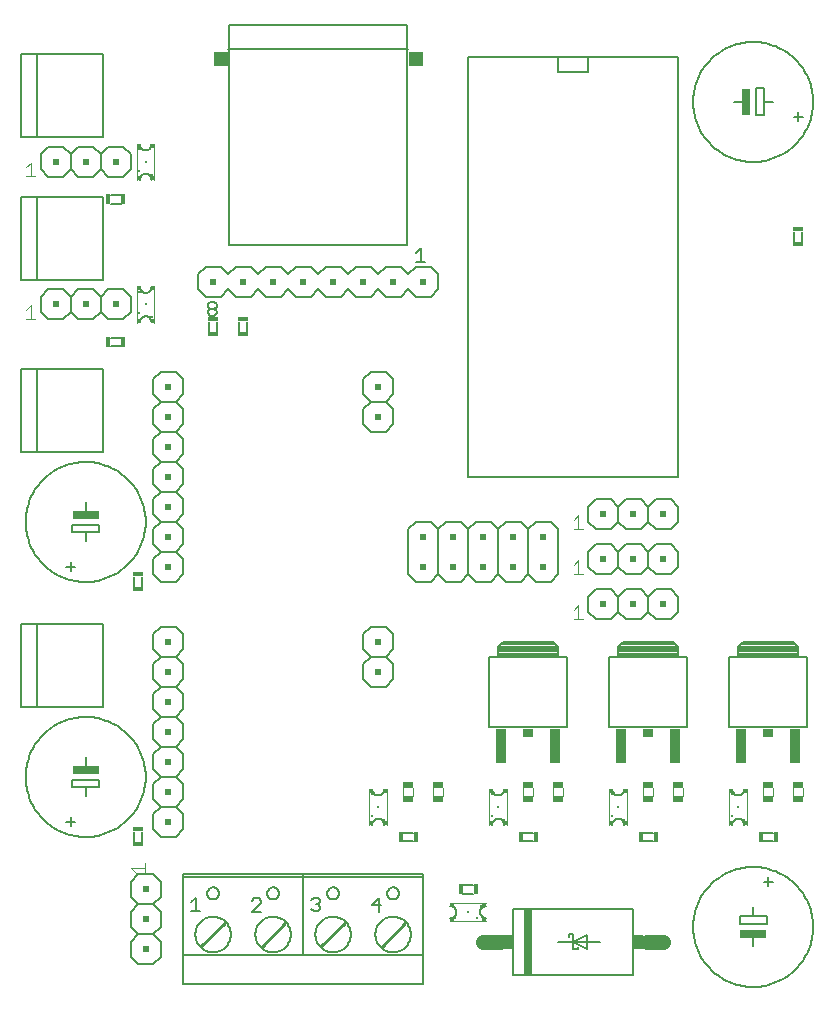
<source format=gto>
G75*
%MOIN*%
%OFA0B0*%
%FSLAX24Y24*%
%IPPOS*%
%LPD*%
%AMOC8*
5,1,8,0,0,1.08239X$1,22.5*
%
%ADD10C,0.0060*%
%ADD11R,0.0900X0.0250*%
%ADD12C,0.0040*%
%ADD13R,0.0374X0.0197*%
%ADD14C,0.0500*%
%ADD15R,0.0300X0.2200*%
%ADD16R,0.0350X0.0500*%
%ADD17C,0.0080*%
%ADD18R,0.0340X0.1140*%
%ADD19R,0.0340X0.0300*%
%ADD20C,0.0079*%
%ADD21C,0.0098*%
%ADD22R,0.0177X0.0157*%
%ADD23R,0.0069X0.0128*%
%ADD24R,0.0079X0.0079*%
%ADD25R,0.0157X0.0177*%
%ADD26R,0.0128X0.0069*%
%ADD27R,0.0160X0.0340*%
%ADD28R,0.0340X0.0160*%
%ADD29C,0.0050*%
%ADD30R,0.0200X0.0200*%
%ADD31C,0.0100*%
%ADD32R,0.0250X0.0900*%
%ADD33R,0.0502X0.0450*%
%ADD34R,0.0492X0.0450*%
D10*
X003930Y001180D02*
X003930Y001680D01*
X004180Y001930D01*
X003930Y002180D01*
X003930Y002680D01*
X004180Y002930D01*
X003930Y003180D01*
X003930Y003680D01*
X004180Y003930D01*
X004680Y003930D01*
X004930Y003680D01*
X004930Y003180D01*
X004680Y002930D01*
X004930Y002680D01*
X004930Y002180D01*
X004680Y001930D01*
X004930Y001680D01*
X004930Y001180D01*
X004680Y000930D01*
X004180Y000930D01*
X003930Y001180D01*
X004180Y001930D02*
X004680Y001930D01*
X005680Y001230D02*
X006330Y001230D01*
X007030Y001230D01*
X008330Y001230D01*
X009030Y001230D01*
X009680Y001230D01*
X010330Y001230D01*
X011030Y001230D01*
X012330Y001230D01*
X013030Y001230D01*
X013680Y001230D01*
X013680Y000280D01*
X005680Y000280D01*
X005680Y001230D01*
X005680Y003830D01*
X005680Y003930D01*
X009680Y003930D01*
X009680Y001230D01*
X008090Y001930D02*
X008092Y001978D01*
X008098Y002026D01*
X008108Y002073D01*
X008121Y002119D01*
X008138Y002164D01*
X008159Y002207D01*
X008184Y002249D01*
X008211Y002288D01*
X008242Y002325D01*
X008276Y002360D01*
X008312Y002391D01*
X008351Y002420D01*
X008392Y002445D01*
X008435Y002467D01*
X008479Y002485D01*
X008525Y002499D01*
X008572Y002510D01*
X008620Y002517D01*
X008668Y002520D01*
X008716Y002519D01*
X008764Y002514D01*
X008811Y002505D01*
X008858Y002493D01*
X008903Y002476D01*
X008947Y002456D01*
X008989Y002433D01*
X009029Y002406D01*
X009066Y002376D01*
X009101Y002343D01*
X009134Y002307D01*
X009163Y002269D01*
X009189Y002228D01*
X009212Y002186D01*
X009231Y002142D01*
X009246Y002096D01*
X009258Y002050D01*
X009266Y002002D01*
X009270Y001954D01*
X009270Y001906D01*
X009266Y001858D01*
X009258Y001810D01*
X009246Y001764D01*
X009231Y001718D01*
X009212Y001674D01*
X009189Y001632D01*
X009163Y001591D01*
X009134Y001553D01*
X009101Y001517D01*
X009066Y001484D01*
X009029Y001454D01*
X008989Y001427D01*
X008947Y001404D01*
X008903Y001384D01*
X008858Y001367D01*
X008811Y001355D01*
X008764Y001346D01*
X008716Y001341D01*
X008668Y001340D01*
X008620Y001343D01*
X008572Y001350D01*
X008525Y001361D01*
X008479Y001375D01*
X008435Y001393D01*
X008392Y001415D01*
X008351Y001440D01*
X008312Y001469D01*
X008276Y001500D01*
X008242Y001535D01*
X008211Y001572D01*
X008184Y001611D01*
X008159Y001653D01*
X008138Y001696D01*
X008121Y001741D01*
X008108Y001787D01*
X008098Y001834D01*
X008092Y001882D01*
X008090Y001930D01*
X006090Y001930D02*
X006092Y001978D01*
X006098Y002026D01*
X006108Y002073D01*
X006121Y002119D01*
X006138Y002164D01*
X006159Y002207D01*
X006184Y002249D01*
X006211Y002288D01*
X006242Y002325D01*
X006276Y002360D01*
X006312Y002391D01*
X006351Y002420D01*
X006392Y002445D01*
X006435Y002467D01*
X006479Y002485D01*
X006525Y002499D01*
X006572Y002510D01*
X006620Y002517D01*
X006668Y002520D01*
X006716Y002519D01*
X006764Y002514D01*
X006811Y002505D01*
X006858Y002493D01*
X006903Y002476D01*
X006947Y002456D01*
X006989Y002433D01*
X007029Y002406D01*
X007066Y002376D01*
X007101Y002343D01*
X007134Y002307D01*
X007163Y002269D01*
X007189Y002228D01*
X007212Y002186D01*
X007231Y002142D01*
X007246Y002096D01*
X007258Y002050D01*
X007266Y002002D01*
X007270Y001954D01*
X007270Y001906D01*
X007266Y001858D01*
X007258Y001810D01*
X007246Y001764D01*
X007231Y001718D01*
X007212Y001674D01*
X007189Y001632D01*
X007163Y001591D01*
X007134Y001553D01*
X007101Y001517D01*
X007066Y001484D01*
X007029Y001454D01*
X006989Y001427D01*
X006947Y001404D01*
X006903Y001384D01*
X006858Y001367D01*
X006811Y001355D01*
X006764Y001346D01*
X006716Y001341D01*
X006668Y001340D01*
X006620Y001343D01*
X006572Y001350D01*
X006525Y001361D01*
X006479Y001375D01*
X006435Y001393D01*
X006392Y001415D01*
X006351Y001440D01*
X006312Y001469D01*
X006276Y001500D01*
X006242Y001535D01*
X006211Y001572D01*
X006184Y001611D01*
X006159Y001653D01*
X006138Y001696D01*
X006121Y001741D01*
X006108Y001787D01*
X006098Y001834D01*
X006092Y001882D01*
X006090Y001930D01*
X006480Y003300D02*
X006482Y003328D01*
X006488Y003355D01*
X006497Y003381D01*
X006510Y003406D01*
X006527Y003429D01*
X006546Y003449D01*
X006568Y003466D01*
X006592Y003480D01*
X006618Y003490D01*
X006645Y003497D01*
X006673Y003500D01*
X006701Y003499D01*
X006728Y003494D01*
X006755Y003485D01*
X006780Y003473D01*
X006803Y003458D01*
X006824Y003439D01*
X006842Y003418D01*
X006857Y003394D01*
X006868Y003368D01*
X006876Y003342D01*
X006880Y003314D01*
X006880Y003286D01*
X006876Y003258D01*
X006868Y003232D01*
X006857Y003206D01*
X006842Y003182D01*
X006824Y003161D01*
X006803Y003142D01*
X006780Y003127D01*
X006755Y003115D01*
X006728Y003106D01*
X006701Y003101D01*
X006673Y003100D01*
X006645Y003103D01*
X006618Y003110D01*
X006592Y003120D01*
X006568Y003134D01*
X006546Y003151D01*
X006527Y003171D01*
X006510Y003194D01*
X006497Y003219D01*
X006488Y003245D01*
X006482Y003272D01*
X006480Y003300D01*
X005680Y003830D02*
X013680Y003830D01*
X013680Y001230D01*
X012090Y001930D02*
X012092Y001978D01*
X012098Y002026D01*
X012108Y002073D01*
X012121Y002119D01*
X012138Y002164D01*
X012159Y002207D01*
X012184Y002249D01*
X012211Y002288D01*
X012242Y002325D01*
X012276Y002360D01*
X012312Y002391D01*
X012351Y002420D01*
X012392Y002445D01*
X012435Y002467D01*
X012479Y002485D01*
X012525Y002499D01*
X012572Y002510D01*
X012620Y002517D01*
X012668Y002520D01*
X012716Y002519D01*
X012764Y002514D01*
X012811Y002505D01*
X012858Y002493D01*
X012903Y002476D01*
X012947Y002456D01*
X012989Y002433D01*
X013029Y002406D01*
X013066Y002376D01*
X013101Y002343D01*
X013134Y002307D01*
X013163Y002269D01*
X013189Y002228D01*
X013212Y002186D01*
X013231Y002142D01*
X013246Y002096D01*
X013258Y002050D01*
X013266Y002002D01*
X013270Y001954D01*
X013270Y001906D01*
X013266Y001858D01*
X013258Y001810D01*
X013246Y001764D01*
X013231Y001718D01*
X013212Y001674D01*
X013189Y001632D01*
X013163Y001591D01*
X013134Y001553D01*
X013101Y001517D01*
X013066Y001484D01*
X013029Y001454D01*
X012989Y001427D01*
X012947Y001404D01*
X012903Y001384D01*
X012858Y001367D01*
X012811Y001355D01*
X012764Y001346D01*
X012716Y001341D01*
X012668Y001340D01*
X012620Y001343D01*
X012572Y001350D01*
X012525Y001361D01*
X012479Y001375D01*
X012435Y001393D01*
X012392Y001415D01*
X012351Y001440D01*
X012312Y001469D01*
X012276Y001500D01*
X012242Y001535D01*
X012211Y001572D01*
X012184Y001611D01*
X012159Y001653D01*
X012138Y001696D01*
X012121Y001741D01*
X012108Y001787D01*
X012098Y001834D01*
X012092Y001882D01*
X012090Y001930D01*
X010090Y001930D02*
X010092Y001978D01*
X010098Y002026D01*
X010108Y002073D01*
X010121Y002119D01*
X010138Y002164D01*
X010159Y002207D01*
X010184Y002249D01*
X010211Y002288D01*
X010242Y002325D01*
X010276Y002360D01*
X010312Y002391D01*
X010351Y002420D01*
X010392Y002445D01*
X010435Y002467D01*
X010479Y002485D01*
X010525Y002499D01*
X010572Y002510D01*
X010620Y002517D01*
X010668Y002520D01*
X010716Y002519D01*
X010764Y002514D01*
X010811Y002505D01*
X010858Y002493D01*
X010903Y002476D01*
X010947Y002456D01*
X010989Y002433D01*
X011029Y002406D01*
X011066Y002376D01*
X011101Y002343D01*
X011134Y002307D01*
X011163Y002269D01*
X011189Y002228D01*
X011212Y002186D01*
X011231Y002142D01*
X011246Y002096D01*
X011258Y002050D01*
X011266Y002002D01*
X011270Y001954D01*
X011270Y001906D01*
X011266Y001858D01*
X011258Y001810D01*
X011246Y001764D01*
X011231Y001718D01*
X011212Y001674D01*
X011189Y001632D01*
X011163Y001591D01*
X011134Y001553D01*
X011101Y001517D01*
X011066Y001484D01*
X011029Y001454D01*
X010989Y001427D01*
X010947Y001404D01*
X010903Y001384D01*
X010858Y001367D01*
X010811Y001355D01*
X010764Y001346D01*
X010716Y001341D01*
X010668Y001340D01*
X010620Y001343D01*
X010572Y001350D01*
X010525Y001361D01*
X010479Y001375D01*
X010435Y001393D01*
X010392Y001415D01*
X010351Y001440D01*
X010312Y001469D01*
X010276Y001500D01*
X010242Y001535D01*
X010211Y001572D01*
X010184Y001611D01*
X010159Y001653D01*
X010138Y001696D01*
X010121Y001741D01*
X010108Y001787D01*
X010098Y001834D01*
X010092Y001882D01*
X010090Y001930D01*
X010480Y003300D02*
X010482Y003328D01*
X010488Y003355D01*
X010497Y003381D01*
X010510Y003406D01*
X010527Y003429D01*
X010546Y003449D01*
X010568Y003466D01*
X010592Y003480D01*
X010618Y003490D01*
X010645Y003497D01*
X010673Y003500D01*
X010701Y003499D01*
X010728Y003494D01*
X010755Y003485D01*
X010780Y003473D01*
X010803Y003458D01*
X010824Y003439D01*
X010842Y003418D01*
X010857Y003394D01*
X010868Y003368D01*
X010876Y003342D01*
X010880Y003314D01*
X010880Y003286D01*
X010876Y003258D01*
X010868Y003232D01*
X010857Y003206D01*
X010842Y003182D01*
X010824Y003161D01*
X010803Y003142D01*
X010780Y003127D01*
X010755Y003115D01*
X010728Y003106D01*
X010701Y003101D01*
X010673Y003100D01*
X010645Y003103D01*
X010618Y003110D01*
X010592Y003120D01*
X010568Y003134D01*
X010546Y003151D01*
X010527Y003171D01*
X010510Y003194D01*
X010497Y003219D01*
X010488Y003245D01*
X010482Y003272D01*
X010480Y003300D01*
X009680Y003930D02*
X013680Y003930D01*
X013680Y003830D01*
X012480Y003300D02*
X012482Y003328D01*
X012488Y003355D01*
X012497Y003381D01*
X012510Y003406D01*
X012527Y003429D01*
X012546Y003449D01*
X012568Y003466D01*
X012592Y003480D01*
X012618Y003490D01*
X012645Y003497D01*
X012673Y003500D01*
X012701Y003499D01*
X012728Y003494D01*
X012755Y003485D01*
X012780Y003473D01*
X012803Y003458D01*
X012824Y003439D01*
X012842Y003418D01*
X012857Y003394D01*
X012868Y003368D01*
X012876Y003342D01*
X012880Y003314D01*
X012880Y003286D01*
X012876Y003258D01*
X012868Y003232D01*
X012857Y003206D01*
X012842Y003182D01*
X012824Y003161D01*
X012803Y003142D01*
X012780Y003127D01*
X012755Y003115D01*
X012728Y003106D01*
X012701Y003101D01*
X012673Y003100D01*
X012645Y003103D01*
X012618Y003110D01*
X012592Y003120D01*
X012568Y003134D01*
X012546Y003151D01*
X012527Y003171D01*
X012510Y003194D01*
X012497Y003219D01*
X012488Y003245D01*
X012482Y003272D01*
X012480Y003300D01*
X013010Y005040D02*
X013350Y005040D01*
X013350Y005320D02*
X013010Y005320D01*
X015010Y003570D02*
X015350Y003570D01*
X015350Y003290D02*
X015010Y003290D01*
X016680Y002780D02*
X020680Y002780D01*
X020680Y000580D01*
X016680Y000580D01*
X016680Y002780D01*
X018180Y001680D02*
X018680Y001680D01*
X018680Y001430D01*
X018830Y001430D01*
X018830Y001500D01*
X018680Y001680D02*
X018680Y001930D01*
X018530Y001930D01*
X018530Y001860D01*
X018680Y001680D02*
X019580Y001680D01*
X019130Y001450D02*
X018680Y001680D01*
X019130Y001910D01*
X019130Y001450D01*
X017350Y005040D02*
X017010Y005040D01*
X017010Y005320D02*
X017350Y005320D01*
X021010Y005320D02*
X021350Y005320D01*
X021350Y005040D02*
X021010Y005040D01*
X024230Y002530D02*
X024230Y002280D01*
X025130Y002280D01*
X025130Y002530D01*
X024680Y002530D01*
X024230Y002530D01*
X024680Y002530D02*
X024680Y002630D01*
X024680Y002830D01*
X022680Y002180D02*
X022682Y002269D01*
X022688Y002358D01*
X022698Y002447D01*
X022712Y002535D01*
X022729Y002622D01*
X022751Y002708D01*
X022777Y002794D01*
X022806Y002878D01*
X022839Y002961D01*
X022875Y003042D01*
X022916Y003122D01*
X022959Y003199D01*
X023006Y003275D01*
X023057Y003348D01*
X023110Y003419D01*
X023167Y003488D01*
X023227Y003554D01*
X023290Y003618D01*
X023355Y003678D01*
X023423Y003736D01*
X023494Y003790D01*
X023567Y003841D01*
X023642Y003889D01*
X023719Y003934D01*
X023798Y003975D01*
X023879Y004012D01*
X023961Y004046D01*
X024045Y004077D01*
X024130Y004103D01*
X024216Y004126D01*
X024303Y004144D01*
X024391Y004159D01*
X024480Y004170D01*
X024569Y004177D01*
X024658Y004180D01*
X024747Y004179D01*
X024836Y004174D01*
X024924Y004165D01*
X025013Y004152D01*
X025100Y004135D01*
X025187Y004115D01*
X025273Y004090D01*
X025357Y004062D01*
X025440Y004030D01*
X025522Y003994D01*
X025602Y003955D01*
X025680Y003912D01*
X025756Y003866D01*
X025830Y003816D01*
X025902Y003763D01*
X025971Y003707D01*
X026038Y003648D01*
X026102Y003586D01*
X026163Y003522D01*
X026222Y003454D01*
X026277Y003384D01*
X026329Y003312D01*
X026378Y003237D01*
X026423Y003161D01*
X026465Y003082D01*
X026503Y003002D01*
X026538Y002920D01*
X026569Y002836D01*
X026597Y002751D01*
X026620Y002665D01*
X026640Y002578D01*
X026656Y002491D01*
X026668Y002402D01*
X026676Y002314D01*
X026680Y002225D01*
X026680Y002135D01*
X026676Y002046D01*
X026668Y001958D01*
X026656Y001869D01*
X026640Y001782D01*
X026620Y001695D01*
X026597Y001609D01*
X026569Y001524D01*
X026538Y001440D01*
X026503Y001358D01*
X026465Y001278D01*
X026423Y001199D01*
X026378Y001123D01*
X026329Y001048D01*
X026277Y000976D01*
X026222Y000906D01*
X026163Y000838D01*
X026102Y000774D01*
X026038Y000712D01*
X025971Y000653D01*
X025902Y000597D01*
X025830Y000544D01*
X025756Y000494D01*
X025680Y000448D01*
X025602Y000405D01*
X025522Y000366D01*
X025440Y000330D01*
X025357Y000298D01*
X025273Y000270D01*
X025187Y000245D01*
X025100Y000225D01*
X025013Y000208D01*
X024924Y000195D01*
X024836Y000186D01*
X024747Y000181D01*
X024658Y000180D01*
X024569Y000183D01*
X024480Y000190D01*
X024391Y000201D01*
X024303Y000216D01*
X024216Y000234D01*
X024130Y000257D01*
X024045Y000283D01*
X023961Y000314D01*
X023879Y000348D01*
X023798Y000385D01*
X023719Y000426D01*
X023642Y000471D01*
X023567Y000519D01*
X023494Y000570D01*
X023423Y000624D01*
X023355Y000682D01*
X023290Y000742D01*
X023227Y000806D01*
X023167Y000872D01*
X023110Y000941D01*
X023057Y001012D01*
X023006Y001085D01*
X022959Y001161D01*
X022916Y001238D01*
X022875Y001318D01*
X022839Y001399D01*
X022806Y001482D01*
X022777Y001566D01*
X022751Y001652D01*
X022729Y001738D01*
X022712Y001825D01*
X022698Y001913D01*
X022688Y002002D01*
X022682Y002091D01*
X022680Y002180D01*
X024680Y001930D02*
X024680Y001730D01*
X024680Y001530D01*
X025180Y003530D02*
X025180Y003830D01*
X025330Y003680D02*
X025030Y003680D01*
X025010Y005040D02*
X025350Y005040D01*
X025350Y005320D02*
X025010Y005320D01*
X021930Y012430D02*
X021430Y012430D01*
X021180Y012680D01*
X020930Y012430D01*
X020430Y012430D01*
X020180Y012680D01*
X019930Y012430D01*
X019430Y012430D01*
X019180Y012680D01*
X019180Y013180D01*
X019430Y013430D01*
X019930Y013430D01*
X020180Y013180D01*
X020430Y013430D01*
X020930Y013430D01*
X021180Y013180D01*
X021430Y013430D01*
X021930Y013430D01*
X022180Y013180D01*
X022180Y012680D01*
X021930Y012430D01*
X021180Y012680D02*
X021180Y013180D01*
X020930Y013930D02*
X020430Y013930D01*
X020180Y014180D01*
X019930Y013930D01*
X019430Y013930D01*
X019180Y014180D01*
X019180Y014680D01*
X019430Y014930D01*
X019930Y014930D01*
X020180Y014680D01*
X020430Y014930D01*
X020930Y014930D01*
X021180Y014680D01*
X021430Y014930D01*
X021930Y014930D01*
X022180Y014680D01*
X022180Y014180D01*
X021930Y013930D01*
X021430Y013930D01*
X021180Y014180D01*
X020930Y013930D01*
X021180Y014180D02*
X021180Y014680D01*
X020930Y015430D02*
X020430Y015430D01*
X020180Y015680D01*
X019930Y015430D01*
X019430Y015430D01*
X019180Y015680D01*
X019180Y016180D01*
X019430Y016430D01*
X019930Y016430D01*
X020180Y016180D01*
X020430Y016430D01*
X020930Y016430D01*
X021180Y016180D01*
X021430Y016430D01*
X021930Y016430D01*
X022180Y016180D01*
X022180Y015680D01*
X021930Y015430D01*
X021430Y015430D01*
X021180Y015680D01*
X020930Y015430D01*
X021180Y015680D02*
X021180Y016180D01*
X020180Y016180D02*
X020180Y015680D01*
X020180Y014680D02*
X020180Y014180D01*
X020180Y013180D02*
X020180Y012680D01*
X018180Y013930D02*
X017930Y013680D01*
X017430Y013680D01*
X017180Y013930D01*
X017180Y015430D01*
X016930Y015680D01*
X016430Y015680D01*
X016180Y015430D01*
X016180Y013930D01*
X015930Y013680D01*
X015430Y013680D01*
X015180Y013930D01*
X015180Y015430D01*
X014930Y015680D01*
X014430Y015680D01*
X014180Y015430D01*
X013930Y015680D01*
X013430Y015680D01*
X013180Y015430D01*
X013180Y013930D01*
X013430Y013680D01*
X013930Y013680D01*
X014180Y013930D01*
X014180Y015430D01*
X015180Y015430D02*
X015430Y015680D01*
X015930Y015680D01*
X016180Y015430D01*
X017180Y015430D02*
X017430Y015680D01*
X017930Y015680D01*
X018180Y015430D01*
X018180Y013930D01*
X017180Y013930D02*
X016930Y013680D01*
X016430Y013680D01*
X016180Y013930D01*
X015180Y013930D02*
X014930Y013680D01*
X014430Y013680D01*
X014180Y013930D01*
X012430Y012180D02*
X012680Y011930D01*
X012680Y011430D01*
X012430Y011180D01*
X012680Y010930D01*
X012680Y010430D01*
X012430Y010180D01*
X011930Y010180D01*
X011680Y010430D01*
X011680Y010930D01*
X011930Y011180D01*
X011680Y011430D01*
X011680Y011930D01*
X011930Y012180D01*
X012430Y012180D01*
X012430Y011180D02*
X011930Y011180D01*
X005680Y010930D02*
X005680Y010430D01*
X005430Y010180D01*
X004930Y010180D01*
X004680Y010430D01*
X004680Y010930D01*
X004930Y011180D01*
X004680Y011430D01*
X004680Y011930D01*
X004930Y012180D01*
X005430Y012180D01*
X005680Y011930D01*
X005680Y011430D01*
X005430Y011180D01*
X005680Y010930D01*
X005430Y011180D02*
X004930Y011180D01*
X004930Y010180D02*
X004680Y009930D01*
X004680Y009430D01*
X004930Y009180D01*
X004680Y008930D01*
X004680Y008430D01*
X004930Y008180D01*
X004680Y007930D01*
X004680Y007430D01*
X004930Y007180D01*
X005430Y007180D01*
X005680Y007430D01*
X005680Y007930D01*
X005430Y008180D01*
X004930Y008180D01*
X005430Y008180D02*
X005680Y008430D01*
X005680Y008930D01*
X005430Y009180D01*
X004930Y009180D01*
X005430Y009180D02*
X005680Y009430D01*
X005680Y009930D01*
X005430Y010180D01*
X005430Y007180D02*
X005680Y006930D01*
X005680Y006430D01*
X005430Y006180D01*
X005680Y005930D01*
X005680Y005430D01*
X005430Y005180D01*
X004930Y005180D01*
X004680Y005430D01*
X004680Y005930D01*
X004930Y006180D01*
X004680Y006430D01*
X004680Y006930D01*
X004930Y007180D01*
X004930Y006180D02*
X005430Y006180D01*
X004320Y005350D02*
X004320Y005010D01*
X004040Y005010D02*
X004040Y005350D01*
X002880Y006830D02*
X002880Y007080D01*
X001980Y007080D01*
X001980Y006830D01*
X002430Y006830D01*
X002880Y006830D01*
X002430Y006830D02*
X002430Y006730D01*
X002430Y006530D01*
X000430Y007180D02*
X000432Y007269D01*
X000438Y007358D01*
X000448Y007447D01*
X000462Y007535D01*
X000479Y007622D01*
X000501Y007708D01*
X000527Y007794D01*
X000556Y007878D01*
X000589Y007961D01*
X000625Y008042D01*
X000666Y008122D01*
X000709Y008199D01*
X000756Y008275D01*
X000807Y008348D01*
X000860Y008419D01*
X000917Y008488D01*
X000977Y008554D01*
X001040Y008618D01*
X001105Y008678D01*
X001173Y008736D01*
X001244Y008790D01*
X001317Y008841D01*
X001392Y008889D01*
X001469Y008934D01*
X001548Y008975D01*
X001629Y009012D01*
X001711Y009046D01*
X001795Y009077D01*
X001880Y009103D01*
X001966Y009126D01*
X002053Y009144D01*
X002141Y009159D01*
X002230Y009170D01*
X002319Y009177D01*
X002408Y009180D01*
X002497Y009179D01*
X002586Y009174D01*
X002674Y009165D01*
X002763Y009152D01*
X002850Y009135D01*
X002937Y009115D01*
X003023Y009090D01*
X003107Y009062D01*
X003190Y009030D01*
X003272Y008994D01*
X003352Y008955D01*
X003430Y008912D01*
X003506Y008866D01*
X003580Y008816D01*
X003652Y008763D01*
X003721Y008707D01*
X003788Y008648D01*
X003852Y008586D01*
X003913Y008522D01*
X003972Y008454D01*
X004027Y008384D01*
X004079Y008312D01*
X004128Y008237D01*
X004173Y008161D01*
X004215Y008082D01*
X004253Y008002D01*
X004288Y007920D01*
X004319Y007836D01*
X004347Y007751D01*
X004370Y007665D01*
X004390Y007578D01*
X004406Y007491D01*
X004418Y007402D01*
X004426Y007314D01*
X004430Y007225D01*
X004430Y007135D01*
X004426Y007046D01*
X004418Y006958D01*
X004406Y006869D01*
X004390Y006782D01*
X004370Y006695D01*
X004347Y006609D01*
X004319Y006524D01*
X004288Y006440D01*
X004253Y006358D01*
X004215Y006278D01*
X004173Y006199D01*
X004128Y006123D01*
X004079Y006048D01*
X004027Y005976D01*
X003972Y005906D01*
X003913Y005838D01*
X003852Y005774D01*
X003788Y005712D01*
X003721Y005653D01*
X003652Y005597D01*
X003580Y005544D01*
X003506Y005494D01*
X003430Y005448D01*
X003352Y005405D01*
X003272Y005366D01*
X003190Y005330D01*
X003107Y005298D01*
X003023Y005270D01*
X002937Y005245D01*
X002850Y005225D01*
X002763Y005208D01*
X002674Y005195D01*
X002586Y005186D01*
X002497Y005181D01*
X002408Y005180D01*
X002319Y005183D01*
X002230Y005190D01*
X002141Y005201D01*
X002053Y005216D01*
X001966Y005234D01*
X001880Y005257D01*
X001795Y005283D01*
X001711Y005314D01*
X001629Y005348D01*
X001548Y005385D01*
X001469Y005426D01*
X001392Y005471D01*
X001317Y005519D01*
X001244Y005570D01*
X001173Y005624D01*
X001105Y005682D01*
X001040Y005742D01*
X000977Y005806D01*
X000917Y005872D01*
X000860Y005941D01*
X000807Y006012D01*
X000756Y006085D01*
X000709Y006161D01*
X000666Y006238D01*
X000625Y006318D01*
X000589Y006399D01*
X000556Y006482D01*
X000527Y006566D01*
X000501Y006652D01*
X000479Y006738D01*
X000462Y006825D01*
X000448Y006913D01*
X000438Y007002D01*
X000432Y007091D01*
X000430Y007180D01*
X001780Y005680D02*
X002080Y005680D01*
X001930Y005830D02*
X001930Y005530D01*
X002430Y007430D02*
X002430Y007630D01*
X002430Y007830D01*
X004180Y002930D02*
X004680Y002930D01*
X008480Y003300D02*
X008482Y003328D01*
X008488Y003355D01*
X008497Y003381D01*
X008510Y003406D01*
X008527Y003429D01*
X008546Y003449D01*
X008568Y003466D01*
X008592Y003480D01*
X008618Y003490D01*
X008645Y003497D01*
X008673Y003500D01*
X008701Y003499D01*
X008728Y003494D01*
X008755Y003485D01*
X008780Y003473D01*
X008803Y003458D01*
X008824Y003439D01*
X008842Y003418D01*
X008857Y003394D01*
X008868Y003368D01*
X008876Y003342D01*
X008880Y003314D01*
X008880Y003286D01*
X008876Y003258D01*
X008868Y003232D01*
X008857Y003206D01*
X008842Y003182D01*
X008824Y003161D01*
X008803Y003142D01*
X008780Y003127D01*
X008755Y003115D01*
X008728Y003106D01*
X008701Y003101D01*
X008673Y003100D01*
X008645Y003103D01*
X008618Y003110D01*
X008592Y003120D01*
X008568Y003134D01*
X008546Y003151D01*
X008527Y003171D01*
X008510Y003194D01*
X008497Y003219D01*
X008488Y003245D01*
X008482Y003272D01*
X008480Y003300D01*
X004320Y013510D02*
X004320Y013850D01*
X004040Y013850D02*
X004040Y013510D01*
X004680Y013930D02*
X004680Y014430D01*
X004930Y014680D01*
X004680Y014930D01*
X004680Y015430D01*
X004930Y015680D01*
X004680Y015930D01*
X004680Y016430D01*
X004930Y016680D01*
X004680Y016930D01*
X004680Y017430D01*
X004930Y017680D01*
X004680Y017930D01*
X004680Y018430D01*
X004930Y018680D01*
X004680Y018930D01*
X004680Y019430D01*
X004930Y019680D01*
X004680Y019930D01*
X004680Y020430D01*
X004930Y020680D01*
X005430Y020680D01*
X005680Y020430D01*
X005680Y019930D01*
X005430Y019680D01*
X005680Y019430D01*
X005680Y018930D01*
X005430Y018680D01*
X004930Y018680D01*
X005430Y018680D02*
X005680Y018430D01*
X005680Y017930D01*
X005430Y017680D01*
X005680Y017430D01*
X005680Y016930D01*
X005430Y016680D01*
X005680Y016430D01*
X005680Y015930D01*
X005430Y015680D01*
X004930Y015680D01*
X005430Y015680D02*
X005680Y015430D01*
X005680Y014930D01*
X005430Y014680D01*
X005680Y014430D01*
X005680Y013930D01*
X005430Y013680D01*
X004930Y013680D01*
X004680Y013930D01*
X004930Y014680D02*
X005430Y014680D01*
X005430Y016680D02*
X004930Y016680D01*
X004930Y017680D02*
X005430Y017680D01*
X005430Y019680D02*
X004930Y019680D01*
X003600Y021540D02*
X003260Y021540D01*
X003260Y021820D02*
X003600Y021820D01*
X003680Y022430D02*
X003180Y022430D01*
X002930Y022680D01*
X002680Y022430D01*
X002180Y022430D01*
X001930Y022680D01*
X001680Y022430D01*
X001180Y022430D01*
X000930Y022680D01*
X000930Y023180D01*
X001180Y023430D01*
X001680Y023430D01*
X001930Y023180D01*
X002180Y023430D01*
X002680Y023430D01*
X002930Y023180D01*
X003180Y023430D01*
X003680Y023430D01*
X003930Y023180D01*
X003930Y022680D01*
X003680Y022430D01*
X002930Y022680D02*
X002930Y023180D01*
X001930Y023180D02*
X001930Y022680D01*
X003260Y026290D02*
X003600Y026290D01*
X003600Y026570D02*
X003260Y026570D01*
X003180Y027180D02*
X002930Y027430D01*
X002680Y027180D01*
X002180Y027180D01*
X001930Y027430D01*
X001680Y027180D01*
X001180Y027180D01*
X000930Y027430D01*
X000930Y027930D01*
X001180Y028180D01*
X001680Y028180D01*
X001930Y027930D01*
X002180Y028180D01*
X002680Y028180D01*
X002930Y027930D01*
X003180Y028180D01*
X003680Y028180D01*
X003930Y027930D01*
X003930Y027430D01*
X003680Y027180D01*
X003180Y027180D01*
X002930Y027430D02*
X002930Y027930D01*
X001930Y027930D02*
X001930Y027430D01*
X006180Y023930D02*
X006180Y023430D01*
X006430Y023180D01*
X006930Y023180D01*
X007180Y023430D01*
X007430Y023180D01*
X007930Y023180D01*
X008180Y023430D01*
X008430Y023180D01*
X008930Y023180D01*
X009180Y023430D01*
X009430Y023180D01*
X009930Y023180D01*
X010180Y023430D01*
X010430Y023180D01*
X010930Y023180D01*
X011180Y023430D01*
X011430Y023180D01*
X011930Y023180D01*
X012180Y023430D01*
X012430Y023180D01*
X012930Y023180D01*
X013180Y023430D01*
X013430Y023180D01*
X013930Y023180D01*
X014180Y023430D01*
X014180Y023930D01*
X013930Y024180D01*
X013430Y024180D01*
X013180Y023930D01*
X012930Y024180D01*
X012430Y024180D01*
X012180Y023930D01*
X011930Y024180D01*
X011430Y024180D01*
X011180Y023930D01*
X010930Y024180D01*
X010430Y024180D01*
X010180Y023930D01*
X009930Y024180D01*
X009430Y024180D01*
X009180Y023930D01*
X008930Y024180D01*
X008430Y024180D01*
X008180Y023930D01*
X007930Y024180D01*
X007430Y024180D01*
X007180Y023930D01*
X006930Y024180D01*
X006430Y024180D01*
X006180Y023930D01*
X006540Y022350D02*
X006540Y022010D01*
X006820Y022010D02*
X006820Y022350D01*
X007540Y022350D02*
X007540Y022010D01*
X007820Y022010D02*
X007820Y022350D01*
X011680Y020430D02*
X011680Y019930D01*
X011930Y019680D01*
X011680Y019430D01*
X011680Y018930D01*
X011930Y018680D01*
X012430Y018680D01*
X012680Y018930D01*
X012680Y019430D01*
X012430Y019680D01*
X011930Y019680D01*
X012430Y019680D02*
X012680Y019930D01*
X012680Y020430D01*
X012430Y020680D01*
X011930Y020680D01*
X011680Y020430D01*
X002880Y015580D02*
X002880Y015330D01*
X002430Y015330D01*
X001980Y015330D01*
X001980Y015580D01*
X002880Y015580D01*
X000430Y015680D02*
X000432Y015769D01*
X000438Y015858D01*
X000448Y015947D01*
X000462Y016035D01*
X000479Y016122D01*
X000501Y016208D01*
X000527Y016294D01*
X000556Y016378D01*
X000589Y016461D01*
X000625Y016542D01*
X000666Y016622D01*
X000709Y016699D01*
X000756Y016775D01*
X000807Y016848D01*
X000860Y016919D01*
X000917Y016988D01*
X000977Y017054D01*
X001040Y017118D01*
X001105Y017178D01*
X001173Y017236D01*
X001244Y017290D01*
X001317Y017341D01*
X001392Y017389D01*
X001469Y017434D01*
X001548Y017475D01*
X001629Y017512D01*
X001711Y017546D01*
X001795Y017577D01*
X001880Y017603D01*
X001966Y017626D01*
X002053Y017644D01*
X002141Y017659D01*
X002230Y017670D01*
X002319Y017677D01*
X002408Y017680D01*
X002497Y017679D01*
X002586Y017674D01*
X002674Y017665D01*
X002763Y017652D01*
X002850Y017635D01*
X002937Y017615D01*
X003023Y017590D01*
X003107Y017562D01*
X003190Y017530D01*
X003272Y017494D01*
X003352Y017455D01*
X003430Y017412D01*
X003506Y017366D01*
X003580Y017316D01*
X003652Y017263D01*
X003721Y017207D01*
X003788Y017148D01*
X003852Y017086D01*
X003913Y017022D01*
X003972Y016954D01*
X004027Y016884D01*
X004079Y016812D01*
X004128Y016737D01*
X004173Y016661D01*
X004215Y016582D01*
X004253Y016502D01*
X004288Y016420D01*
X004319Y016336D01*
X004347Y016251D01*
X004370Y016165D01*
X004390Y016078D01*
X004406Y015991D01*
X004418Y015902D01*
X004426Y015814D01*
X004430Y015725D01*
X004430Y015635D01*
X004426Y015546D01*
X004418Y015458D01*
X004406Y015369D01*
X004390Y015282D01*
X004370Y015195D01*
X004347Y015109D01*
X004319Y015024D01*
X004288Y014940D01*
X004253Y014858D01*
X004215Y014778D01*
X004173Y014699D01*
X004128Y014623D01*
X004079Y014548D01*
X004027Y014476D01*
X003972Y014406D01*
X003913Y014338D01*
X003852Y014274D01*
X003788Y014212D01*
X003721Y014153D01*
X003652Y014097D01*
X003580Y014044D01*
X003506Y013994D01*
X003430Y013948D01*
X003352Y013905D01*
X003272Y013866D01*
X003190Y013830D01*
X003107Y013798D01*
X003023Y013770D01*
X002937Y013745D01*
X002850Y013725D01*
X002763Y013708D01*
X002674Y013695D01*
X002586Y013686D01*
X002497Y013681D01*
X002408Y013680D01*
X002319Y013683D01*
X002230Y013690D01*
X002141Y013701D01*
X002053Y013716D01*
X001966Y013734D01*
X001880Y013757D01*
X001795Y013783D01*
X001711Y013814D01*
X001629Y013848D01*
X001548Y013885D01*
X001469Y013926D01*
X001392Y013971D01*
X001317Y014019D01*
X001244Y014070D01*
X001173Y014124D01*
X001105Y014182D01*
X001040Y014242D01*
X000977Y014306D01*
X000917Y014372D01*
X000860Y014441D01*
X000807Y014512D01*
X000756Y014585D01*
X000709Y014661D01*
X000666Y014738D01*
X000625Y014818D01*
X000589Y014899D01*
X000556Y014982D01*
X000527Y015066D01*
X000501Y015152D01*
X000479Y015238D01*
X000462Y015325D01*
X000448Y015413D01*
X000438Y015502D01*
X000432Y015591D01*
X000430Y015680D01*
X001780Y014180D02*
X002080Y014180D01*
X001930Y014330D02*
X001930Y014030D01*
X002430Y015030D02*
X002430Y015230D01*
X002430Y015330D01*
X002430Y015930D02*
X002430Y016130D01*
X002430Y016330D01*
X024030Y029680D02*
X024230Y029680D01*
X024430Y029680D01*
X022680Y029680D02*
X022682Y029769D01*
X022688Y029858D01*
X022698Y029947D01*
X022712Y030035D01*
X022729Y030122D01*
X022751Y030208D01*
X022777Y030294D01*
X022806Y030378D01*
X022839Y030461D01*
X022875Y030542D01*
X022916Y030622D01*
X022959Y030699D01*
X023006Y030775D01*
X023057Y030848D01*
X023110Y030919D01*
X023167Y030988D01*
X023227Y031054D01*
X023290Y031118D01*
X023355Y031178D01*
X023423Y031236D01*
X023494Y031290D01*
X023567Y031341D01*
X023642Y031389D01*
X023719Y031434D01*
X023798Y031475D01*
X023879Y031512D01*
X023961Y031546D01*
X024045Y031577D01*
X024130Y031603D01*
X024216Y031626D01*
X024303Y031644D01*
X024391Y031659D01*
X024480Y031670D01*
X024569Y031677D01*
X024658Y031680D01*
X024747Y031679D01*
X024836Y031674D01*
X024924Y031665D01*
X025013Y031652D01*
X025100Y031635D01*
X025187Y031615D01*
X025273Y031590D01*
X025357Y031562D01*
X025440Y031530D01*
X025522Y031494D01*
X025602Y031455D01*
X025680Y031412D01*
X025756Y031366D01*
X025830Y031316D01*
X025902Y031263D01*
X025971Y031207D01*
X026038Y031148D01*
X026102Y031086D01*
X026163Y031022D01*
X026222Y030954D01*
X026277Y030884D01*
X026329Y030812D01*
X026378Y030737D01*
X026423Y030661D01*
X026465Y030582D01*
X026503Y030502D01*
X026538Y030420D01*
X026569Y030336D01*
X026597Y030251D01*
X026620Y030165D01*
X026640Y030078D01*
X026656Y029991D01*
X026668Y029902D01*
X026676Y029814D01*
X026680Y029725D01*
X026680Y029635D01*
X026676Y029546D01*
X026668Y029458D01*
X026656Y029369D01*
X026640Y029282D01*
X026620Y029195D01*
X026597Y029109D01*
X026569Y029024D01*
X026538Y028940D01*
X026503Y028858D01*
X026465Y028778D01*
X026423Y028699D01*
X026378Y028623D01*
X026329Y028548D01*
X026277Y028476D01*
X026222Y028406D01*
X026163Y028338D01*
X026102Y028274D01*
X026038Y028212D01*
X025971Y028153D01*
X025902Y028097D01*
X025830Y028044D01*
X025756Y027994D01*
X025680Y027948D01*
X025602Y027905D01*
X025522Y027866D01*
X025440Y027830D01*
X025357Y027798D01*
X025273Y027770D01*
X025187Y027745D01*
X025100Y027725D01*
X025013Y027708D01*
X024924Y027695D01*
X024836Y027686D01*
X024747Y027681D01*
X024658Y027680D01*
X024569Y027683D01*
X024480Y027690D01*
X024391Y027701D01*
X024303Y027716D01*
X024216Y027734D01*
X024130Y027757D01*
X024045Y027783D01*
X023961Y027814D01*
X023879Y027848D01*
X023798Y027885D01*
X023719Y027926D01*
X023642Y027971D01*
X023567Y028019D01*
X023494Y028070D01*
X023423Y028124D01*
X023355Y028182D01*
X023290Y028242D01*
X023227Y028306D01*
X023167Y028372D01*
X023110Y028441D01*
X023057Y028512D01*
X023006Y028585D01*
X022959Y028661D01*
X022916Y028738D01*
X022875Y028818D01*
X022839Y028899D01*
X022806Y028982D01*
X022777Y029066D01*
X022751Y029152D01*
X022729Y029238D01*
X022712Y029325D01*
X022698Y029413D01*
X022688Y029502D01*
X022682Y029591D01*
X022680Y029680D01*
X024780Y029230D02*
X025030Y029230D01*
X025030Y029680D01*
X025030Y030130D01*
X024780Y030130D01*
X024780Y029230D01*
X025030Y029680D02*
X025130Y029680D01*
X025330Y029680D01*
X026030Y029180D02*
X026330Y029180D01*
X026180Y029030D02*
X026180Y029330D01*
X026040Y025350D02*
X026040Y025010D01*
X026320Y025010D02*
X026320Y025350D01*
D11*
X024680Y001955D03*
X002430Y007405D03*
X002430Y015905D03*
D12*
X004135Y022320D02*
X004135Y023540D01*
X004725Y023540D02*
X004725Y022320D01*
X000757Y022450D02*
X000450Y022450D01*
X000603Y022450D02*
X000603Y022910D01*
X000450Y022757D01*
X000450Y027200D02*
X000757Y027200D01*
X000603Y027200D02*
X000603Y027660D01*
X000450Y027507D01*
X004135Y027070D02*
X004135Y028290D01*
X004725Y028290D02*
X004725Y027070D01*
X018700Y015757D02*
X018853Y015910D01*
X018853Y015450D01*
X018700Y015450D02*
X019007Y015450D01*
X018853Y014410D02*
X018853Y013950D01*
X018700Y013950D02*
X019007Y013950D01*
X018700Y014257D02*
X018853Y014410D01*
X018853Y012910D02*
X018853Y012450D01*
X018700Y012450D02*
X019007Y012450D01*
X018700Y012757D02*
X018853Y012910D01*
X018350Y006820D02*
X018350Y006540D01*
X018015Y006540D02*
X018015Y006820D01*
X017350Y006820D02*
X017350Y006540D01*
X017015Y006540D02*
X017015Y006820D01*
X016475Y006790D02*
X016475Y005570D01*
X015885Y005570D02*
X015885Y006790D01*
X014350Y006820D02*
X014350Y006540D01*
X014015Y006540D02*
X014015Y006820D01*
X013350Y006820D02*
X013350Y006540D01*
X013015Y006540D02*
X013015Y006820D01*
X012475Y006790D02*
X012475Y005570D01*
X011885Y005570D02*
X011885Y006790D01*
X014570Y002975D02*
X015790Y002975D01*
X015790Y002385D02*
X014570Y002385D01*
X019885Y005570D02*
X019885Y006790D01*
X020475Y006790D02*
X020475Y005570D01*
X021015Y006540D02*
X021015Y006820D01*
X021350Y006820D02*
X021350Y006540D01*
X022015Y006540D02*
X022015Y006820D01*
X022350Y006820D02*
X022350Y006540D01*
X023885Y006790D02*
X023885Y005570D01*
X024475Y005570D02*
X024475Y006790D01*
X025015Y006820D02*
X025015Y006540D01*
X025350Y006540D02*
X025350Y006820D01*
X026015Y006820D02*
X026015Y006540D01*
X026350Y006540D02*
X026350Y006820D01*
X004410Y004297D02*
X004410Y003990D01*
X004410Y004143D02*
X003950Y004143D01*
X004103Y003990D01*
D13*
X013182Y006452D03*
X013182Y006912D03*
X014182Y006912D03*
X014182Y006452D03*
X017182Y006452D03*
X017182Y006912D03*
X018182Y006912D03*
X018182Y006452D03*
X021182Y006452D03*
X021182Y006912D03*
X022182Y006912D03*
X022182Y006452D03*
X025182Y006452D03*
X025182Y006912D03*
X026182Y006912D03*
X026182Y006452D03*
D14*
X021680Y001680D02*
X021130Y001680D01*
X016230Y001680D02*
X015680Y001680D01*
D15*
X017180Y001680D03*
D16*
X016505Y001680D03*
X020855Y001680D03*
D17*
X020377Y005589D02*
X020375Y005616D01*
X020370Y005642D01*
X020361Y005667D01*
X020348Y005691D01*
X020333Y005713D01*
X020314Y005733D01*
X020294Y005750D01*
X020271Y005764D01*
X020246Y005775D01*
X020220Y005782D01*
X020193Y005786D01*
X020167Y005786D01*
X020140Y005782D01*
X020114Y005775D01*
X020089Y005764D01*
X020066Y005750D01*
X020046Y005733D01*
X020027Y005713D01*
X020012Y005691D01*
X019999Y005667D01*
X019990Y005642D01*
X019985Y005616D01*
X019983Y005589D01*
X019983Y006771D02*
X019985Y006744D01*
X019990Y006718D01*
X019999Y006693D01*
X020012Y006669D01*
X020027Y006647D01*
X020046Y006627D01*
X020066Y006610D01*
X020089Y006596D01*
X020114Y006585D01*
X020140Y006578D01*
X020167Y006574D01*
X020193Y006574D01*
X020220Y006578D01*
X020246Y006585D01*
X020271Y006596D01*
X020294Y006610D01*
X020314Y006627D01*
X020333Y006647D01*
X020348Y006669D01*
X020361Y006693D01*
X020370Y006718D01*
X020375Y006744D01*
X020377Y006771D01*
X019890Y008830D02*
X019890Y011190D01*
X022470Y011190D01*
X022470Y008830D01*
X019890Y008830D01*
X018470Y008830D02*
X015890Y008830D01*
X015890Y011190D01*
X018470Y011190D01*
X018470Y008830D01*
X018190Y011230D02*
X016170Y011230D01*
X016170Y011510D01*
X016350Y011690D01*
X018010Y011690D01*
X018190Y011510D01*
X018190Y011230D01*
X020170Y011230D02*
X022190Y011230D01*
X022190Y011510D01*
X022010Y011690D01*
X020350Y011690D01*
X020170Y011510D01*
X020170Y011230D01*
X023890Y011190D02*
X026470Y011190D01*
X026470Y008830D01*
X023890Y008830D01*
X023890Y011190D01*
X024170Y011230D02*
X024170Y011510D01*
X024350Y011690D01*
X026010Y011690D01*
X026190Y011510D01*
X026190Y011230D01*
X024170Y011230D01*
X023983Y006771D02*
X023985Y006744D01*
X023990Y006718D01*
X023999Y006693D01*
X024012Y006669D01*
X024027Y006647D01*
X024046Y006627D01*
X024066Y006610D01*
X024089Y006596D01*
X024114Y006585D01*
X024140Y006578D01*
X024167Y006574D01*
X024193Y006574D01*
X024220Y006578D01*
X024246Y006585D01*
X024271Y006596D01*
X024294Y006610D01*
X024314Y006627D01*
X024333Y006647D01*
X024348Y006669D01*
X024361Y006693D01*
X024370Y006718D01*
X024375Y006744D01*
X024377Y006771D01*
X024377Y005589D02*
X024375Y005616D01*
X024370Y005642D01*
X024361Y005667D01*
X024348Y005691D01*
X024333Y005713D01*
X024314Y005733D01*
X024294Y005750D01*
X024271Y005764D01*
X024246Y005775D01*
X024220Y005782D01*
X024193Y005786D01*
X024167Y005786D01*
X024140Y005782D01*
X024114Y005775D01*
X024089Y005764D01*
X024066Y005750D01*
X024046Y005733D01*
X024027Y005713D01*
X024012Y005691D01*
X023999Y005667D01*
X023990Y005642D01*
X023985Y005616D01*
X023983Y005589D01*
X016377Y005589D02*
X016375Y005616D01*
X016370Y005642D01*
X016361Y005667D01*
X016348Y005691D01*
X016333Y005713D01*
X016314Y005733D01*
X016294Y005750D01*
X016271Y005764D01*
X016246Y005775D01*
X016220Y005782D01*
X016193Y005786D01*
X016167Y005786D01*
X016140Y005782D01*
X016114Y005775D01*
X016089Y005764D01*
X016066Y005750D01*
X016046Y005733D01*
X016027Y005713D01*
X016012Y005691D01*
X015999Y005667D01*
X015990Y005642D01*
X015985Y005616D01*
X015983Y005589D01*
X015983Y006771D02*
X015985Y006744D01*
X015990Y006718D01*
X015999Y006693D01*
X016012Y006669D01*
X016027Y006647D01*
X016046Y006627D01*
X016066Y006610D01*
X016089Y006596D01*
X016114Y006585D01*
X016140Y006578D01*
X016167Y006574D01*
X016193Y006574D01*
X016220Y006578D01*
X016246Y006585D01*
X016271Y006596D01*
X016294Y006610D01*
X016314Y006627D01*
X016333Y006647D01*
X016348Y006669D01*
X016361Y006693D01*
X016370Y006718D01*
X016375Y006744D01*
X016377Y006771D01*
X015771Y002877D02*
X015744Y002875D01*
X015718Y002870D01*
X015693Y002861D01*
X015669Y002848D01*
X015647Y002833D01*
X015627Y002814D01*
X015610Y002794D01*
X015596Y002771D01*
X015585Y002746D01*
X015578Y002720D01*
X015574Y002693D01*
X015574Y002667D01*
X015578Y002640D01*
X015585Y002614D01*
X015596Y002589D01*
X015610Y002566D01*
X015627Y002546D01*
X015647Y002527D01*
X015669Y002512D01*
X015693Y002499D01*
X015718Y002490D01*
X015744Y002485D01*
X015771Y002483D01*
X014589Y002483D02*
X014616Y002485D01*
X014642Y002490D01*
X014667Y002499D01*
X014691Y002512D01*
X014713Y002527D01*
X014733Y002546D01*
X014750Y002566D01*
X014764Y002589D01*
X014775Y002614D01*
X014782Y002640D01*
X014786Y002667D01*
X014786Y002693D01*
X014782Y002720D01*
X014775Y002746D01*
X014764Y002771D01*
X014750Y002794D01*
X014733Y002814D01*
X014713Y002833D01*
X014691Y002848D01*
X014667Y002861D01*
X014642Y002870D01*
X014616Y002875D01*
X014589Y002877D01*
X012377Y005589D02*
X012375Y005616D01*
X012370Y005642D01*
X012361Y005667D01*
X012348Y005691D01*
X012333Y005713D01*
X012314Y005733D01*
X012294Y005750D01*
X012271Y005764D01*
X012246Y005775D01*
X012220Y005782D01*
X012193Y005786D01*
X012167Y005786D01*
X012140Y005782D01*
X012114Y005775D01*
X012089Y005764D01*
X012066Y005750D01*
X012046Y005733D01*
X012027Y005713D01*
X012012Y005691D01*
X011999Y005667D01*
X011990Y005642D01*
X011985Y005616D01*
X011983Y005589D01*
X011983Y006771D02*
X011985Y006744D01*
X011990Y006718D01*
X011999Y006693D01*
X012012Y006669D01*
X012027Y006647D01*
X012046Y006627D01*
X012066Y006610D01*
X012089Y006596D01*
X012114Y006585D01*
X012140Y006578D01*
X012167Y006574D01*
X012193Y006574D01*
X012220Y006578D01*
X012246Y006585D01*
X012271Y006596D01*
X012294Y006610D01*
X012314Y006627D01*
X012333Y006647D01*
X012348Y006669D01*
X012361Y006693D01*
X012370Y006718D01*
X012375Y006744D01*
X012377Y006771D01*
X015180Y017180D02*
X015180Y031180D01*
X018180Y031180D01*
X018180Y030680D01*
X019180Y030680D01*
X019180Y031180D01*
X022180Y031180D01*
X022180Y017180D01*
X015180Y017180D01*
X013143Y024921D02*
X013143Y032244D01*
X007217Y032244D01*
X007217Y024921D01*
X013143Y024921D01*
X004627Y023521D02*
X004625Y023494D01*
X004620Y023468D01*
X004611Y023443D01*
X004598Y023419D01*
X004583Y023397D01*
X004564Y023377D01*
X004544Y023360D01*
X004521Y023346D01*
X004496Y023335D01*
X004470Y023328D01*
X004443Y023324D01*
X004417Y023324D01*
X004390Y023328D01*
X004364Y023335D01*
X004339Y023346D01*
X004316Y023360D01*
X004296Y023377D01*
X004277Y023397D01*
X004262Y023419D01*
X004249Y023443D01*
X004240Y023468D01*
X004235Y023494D01*
X004233Y023521D01*
X004233Y022339D02*
X004235Y022366D01*
X004240Y022392D01*
X004249Y022417D01*
X004262Y022441D01*
X004277Y022463D01*
X004296Y022483D01*
X004316Y022500D01*
X004339Y022514D01*
X004364Y022525D01*
X004390Y022532D01*
X004417Y022536D01*
X004443Y022536D01*
X004470Y022532D01*
X004496Y022525D01*
X004521Y022514D01*
X004544Y022500D01*
X004564Y022483D01*
X004583Y022463D01*
X004598Y022441D01*
X004611Y022417D01*
X004620Y022392D01*
X004625Y022366D01*
X004627Y022339D01*
X004627Y027089D02*
X004625Y027116D01*
X004620Y027142D01*
X004611Y027167D01*
X004598Y027191D01*
X004583Y027213D01*
X004564Y027233D01*
X004544Y027250D01*
X004521Y027264D01*
X004496Y027275D01*
X004470Y027282D01*
X004443Y027286D01*
X004417Y027286D01*
X004390Y027282D01*
X004364Y027275D01*
X004339Y027264D01*
X004316Y027250D01*
X004296Y027233D01*
X004277Y027213D01*
X004262Y027191D01*
X004249Y027167D01*
X004240Y027142D01*
X004235Y027116D01*
X004233Y027089D01*
X004233Y028271D02*
X004235Y028244D01*
X004240Y028218D01*
X004249Y028193D01*
X004262Y028169D01*
X004277Y028147D01*
X004296Y028127D01*
X004316Y028110D01*
X004339Y028096D01*
X004364Y028085D01*
X004390Y028078D01*
X004417Y028074D01*
X004443Y028074D01*
X004470Y028078D01*
X004496Y028085D01*
X004521Y028096D01*
X004544Y028110D01*
X004564Y028127D01*
X004583Y028147D01*
X004598Y028169D01*
X004611Y028193D01*
X004620Y028218D01*
X004625Y028244D01*
X004627Y028271D01*
D18*
X016280Y008220D03*
X018080Y008220D03*
X020280Y008220D03*
X022080Y008220D03*
X024280Y008220D03*
X026080Y008220D03*
D19*
X025180Y008640D03*
X021180Y008640D03*
X017180Y008640D03*
D20*
X018190Y011230D02*
X016170Y011230D01*
X016170Y011510D01*
X016350Y011690D01*
X018010Y011690D01*
X018190Y011510D01*
X018190Y011230D01*
X018190Y011291D02*
X016170Y011291D01*
X016170Y011368D02*
X018190Y011368D01*
X018190Y011446D02*
X016170Y011446D01*
X016183Y011523D02*
X018177Y011523D01*
X018100Y011600D02*
X016260Y011600D01*
X016337Y011677D02*
X018023Y011677D01*
X020170Y011510D02*
X020170Y011230D01*
X022190Y011230D01*
X022190Y011510D01*
X022010Y011690D01*
X020350Y011690D01*
X020170Y011510D01*
X020183Y011523D02*
X022177Y011523D01*
X022190Y011446D02*
X020170Y011446D01*
X020170Y011368D02*
X022190Y011368D01*
X022190Y011291D02*
X020170Y011291D01*
X020260Y011600D02*
X022100Y011600D01*
X022023Y011677D02*
X020337Y011677D01*
X024170Y011510D02*
X024170Y011230D01*
X026190Y011230D01*
X026190Y011510D01*
X026010Y011690D01*
X024350Y011690D01*
X024170Y011510D01*
X024183Y011523D02*
X026177Y011523D01*
X026190Y011446D02*
X024170Y011446D01*
X024170Y011368D02*
X026190Y011368D01*
X026190Y011291D02*
X024170Y011291D01*
X024260Y011600D02*
X026100Y011600D01*
X026023Y011677D02*
X024337Y011677D01*
D21*
X023973Y005895D03*
X019973Y005895D03*
X015973Y005895D03*
X015465Y002473D03*
X011973Y005895D03*
X004223Y022645D03*
X004223Y027395D03*
D22*
X014639Y002916D03*
X014639Y002444D03*
X015721Y002444D03*
X015721Y002916D03*
D23*
X015608Y002852D03*
X014752Y002508D03*
D24*
X015180Y002680D03*
X016180Y006180D03*
X020180Y006180D03*
X024180Y006180D03*
X012180Y006180D03*
X004430Y022930D03*
X004430Y027680D03*
D25*
X004194Y027139D03*
X004666Y027139D03*
X004666Y028221D03*
X004194Y028221D03*
X004194Y023471D03*
X004666Y023471D03*
X004666Y022389D03*
X004194Y022389D03*
X011944Y006721D03*
X012416Y006721D03*
X012416Y005639D03*
X011944Y005639D03*
X015944Y005639D03*
X016416Y005639D03*
X016416Y006721D03*
X015944Y006721D03*
X019944Y006721D03*
X020416Y006721D03*
X020416Y005639D03*
X019944Y005639D03*
X023944Y005639D03*
X024416Y005639D03*
X024416Y006721D03*
X023944Y006721D03*
D26*
X024008Y006608D03*
X024352Y005752D03*
X020352Y005752D03*
X020008Y006608D03*
X016352Y005752D03*
X016008Y006608D03*
X012352Y005752D03*
X012008Y006608D03*
X004602Y022502D03*
X004258Y023358D03*
X004602Y027252D03*
X004258Y028108D03*
D27*
X003680Y026430D03*
X003180Y026430D03*
X003180Y021680D03*
X003680Y021680D03*
X012930Y005180D03*
X013430Y005180D03*
X014930Y003430D03*
X015430Y003430D03*
X016930Y005180D03*
X017430Y005180D03*
X020930Y005180D03*
X021430Y005180D03*
X024930Y005180D03*
X025430Y005180D03*
D28*
X026180Y024930D03*
X026180Y025430D03*
X007680Y022430D03*
X007680Y021930D03*
X006680Y021930D03*
X006680Y022430D03*
X004180Y013930D03*
X004180Y013430D03*
X004180Y005430D03*
X004180Y004930D03*
D29*
X005955Y003005D02*
X006105Y003155D01*
X006105Y002705D01*
X005955Y002705D02*
X006255Y002705D01*
X007975Y002685D02*
X008275Y002985D01*
X008275Y003060D01*
X008200Y003135D01*
X008050Y003135D01*
X007975Y003060D01*
X007975Y002685D02*
X008275Y002685D01*
X009955Y002780D02*
X010030Y002705D01*
X010180Y002705D01*
X010255Y002780D01*
X010255Y002855D01*
X010180Y002930D01*
X010105Y002930D01*
X010180Y002930D02*
X010255Y003005D01*
X010255Y003080D01*
X010180Y003155D01*
X010030Y003155D01*
X009955Y003080D01*
X011975Y002910D02*
X012275Y002910D01*
X012200Y002685D02*
X012200Y003135D01*
X011975Y002910D01*
X003019Y009513D02*
X003019Y012269D01*
X000814Y012269D01*
X000814Y009513D01*
X003019Y009513D01*
X000814Y009513D02*
X000263Y009513D01*
X000263Y012269D01*
X000814Y012269D01*
X000814Y018013D02*
X000263Y018013D01*
X000263Y020769D01*
X000814Y020769D01*
X000814Y018013D01*
X003019Y018013D01*
X003019Y020769D01*
X000814Y020769D01*
X000814Y023763D02*
X000263Y023763D01*
X000263Y026519D01*
X000814Y026519D01*
X000814Y023763D01*
X003019Y023763D01*
X003019Y026519D01*
X000814Y026519D01*
X000814Y028513D02*
X000263Y028513D01*
X000263Y031269D01*
X000814Y031269D01*
X000814Y028513D01*
X003019Y028513D01*
X003019Y031269D01*
X000814Y031269D01*
X007180Y031430D02*
X013180Y031430D01*
X015180Y031180D02*
X015180Y017180D01*
X022180Y017180D01*
X022180Y031180D01*
X015180Y031180D01*
X013595Y024805D02*
X013595Y024355D01*
X013445Y024355D02*
X013745Y024355D01*
X013445Y024655D02*
X013595Y024805D01*
X006795Y022930D02*
X006795Y022855D01*
X006720Y022780D01*
X006570Y022780D01*
X006495Y022855D01*
X006495Y022930D01*
X006570Y023005D01*
X006720Y023005D01*
X006795Y022930D01*
X006720Y022780D02*
X006795Y022705D01*
X006795Y022630D01*
X006720Y022555D01*
X006570Y022555D01*
X006495Y022630D01*
X006495Y022705D01*
X006570Y022780D01*
D30*
X006680Y023680D03*
X007680Y023680D03*
X008680Y023680D03*
X009680Y023680D03*
X010680Y023680D03*
X011680Y023680D03*
X012680Y023680D03*
X013680Y023680D03*
X012180Y020180D03*
X012180Y019180D03*
X013680Y015180D03*
X013680Y014180D03*
X014680Y014180D03*
X014680Y015180D03*
X015680Y015180D03*
X015680Y014180D03*
X016680Y014180D03*
X016680Y015180D03*
X017680Y015180D03*
X017680Y014180D03*
X019680Y014430D03*
X020680Y014430D03*
X021680Y014430D03*
X021680Y012930D03*
X020680Y012930D03*
X019680Y012930D03*
X019680Y015930D03*
X020680Y015930D03*
X021680Y015930D03*
X012180Y011680D03*
X012180Y010680D03*
X005180Y010680D03*
X005180Y009680D03*
X005180Y008680D03*
X005180Y007680D03*
X005180Y006680D03*
X005180Y005680D03*
X004430Y003430D03*
X004430Y002430D03*
X004430Y001430D03*
X005180Y011680D03*
X005180Y014180D03*
X005180Y015180D03*
X005180Y016180D03*
X005180Y017180D03*
X005180Y018180D03*
X005180Y019180D03*
X005180Y020180D03*
X003430Y022930D03*
X002430Y022930D03*
X001430Y022930D03*
X001430Y027680D03*
X002430Y027680D03*
X003430Y027680D03*
D31*
X007080Y002320D02*
X006290Y001530D01*
X008320Y001520D02*
X009070Y002320D01*
X010290Y001530D02*
X011080Y002320D01*
X012320Y001520D02*
X013070Y002320D01*
D32*
X024455Y029680D03*
D33*
X006937Y031114D03*
D34*
X013428Y031114D03*
M02*

</source>
